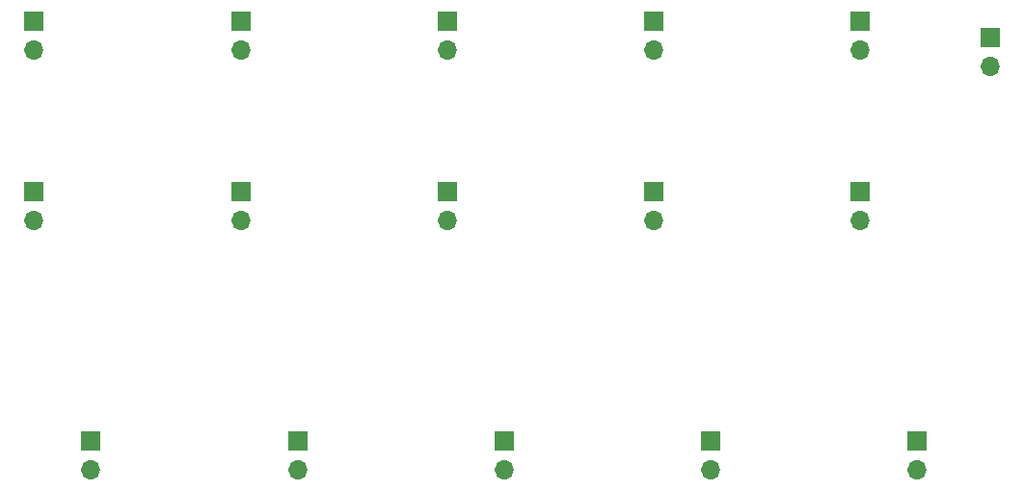
<source format=gbr>
%TF.GenerationSoftware,KiCad,Pcbnew,(6.0.11)*%
%TF.CreationDate,2024-01-05T21:44:53+00:00*%
%TF.ProjectId,LED-RESISTOR-TESTER,4c45442d-5245-4534-9953-544f522d5445,rev?*%
%TF.SameCoordinates,Original*%
%TF.FileFunction,Copper,L2,Bot*%
%TF.FilePolarity,Positive*%
%FSLAX46Y46*%
G04 Gerber Fmt 4.6, Leading zero omitted, Abs format (unit mm)*
G04 Created by KiCad (PCBNEW (6.0.11)) date 2024-01-05 21:44:53*
%MOMM*%
%LPD*%
G01*
G04 APERTURE LIST*
%TA.AperFunction,ComponentPad*%
%ADD10R,1.700000X1.700000*%
%TD*%
%TA.AperFunction,ComponentPad*%
%ADD11O,1.700000X1.700000*%
%TD*%
G04 APERTURE END LIST*
D10*
%TO.P,J8,1,Pin_1*%
%TO.N,/LED4*%
X170430000Y-76990000D03*
D11*
%TO.P,J8,2,Pin_2*%
X170430000Y-79530000D03*
%TD*%
D10*
%TO.P,J12,1,Pin_1*%
%TO.N,/LED2*%
X139150000Y-98907500D03*
D11*
%TO.P,J12,2,Pin_2*%
%TO.N,GND*%
X139150000Y-101447500D03*
%TD*%
D10*
%TO.P,J6,1,Pin_1*%
%TO.N,/LED3*%
X152290000Y-76990000D03*
D11*
%TO.P,J6,2,Pin_2*%
X152290000Y-79530000D03*
%TD*%
D10*
%TO.P,J9,1,Pin_1*%
%TO.N,VCC*%
X188570000Y-61990000D03*
D11*
%TO.P,J9,2,Pin_2*%
X188570000Y-64530000D03*
%TD*%
D10*
%TO.P,J10,1,Pin_1*%
%TO.N,/LED5*%
X188570000Y-76990000D03*
D11*
%TO.P,J10,2,Pin_2*%
X188570000Y-79530000D03*
%TD*%
D10*
%TO.P,J2,1,Pin_1*%
%TO.N,/LED1*%
X116010000Y-76990000D03*
D11*
%TO.P,J2,2,Pin_2*%
X116010000Y-79530000D03*
%TD*%
D10*
%TO.P,J14,1,Pin_1*%
%TO.N,/LED4*%
X175430000Y-98907500D03*
D11*
%TO.P,J14,2,Pin_2*%
%TO.N,GND*%
X175430000Y-101447500D03*
%TD*%
D10*
%TO.P,J4,1,Pin_1*%
%TO.N,/LED2*%
X134150000Y-76990000D03*
D11*
%TO.P,J4,2,Pin_2*%
X134150000Y-79530000D03*
%TD*%
D10*
%TO.P,J15,1,Pin_1*%
%TO.N,/LED5*%
X193570000Y-98907500D03*
D11*
%TO.P,J15,2,Pin_2*%
%TO.N,GND*%
X193570000Y-101447500D03*
%TD*%
D10*
%TO.P,J13,1,Pin_1*%
%TO.N,/LED3*%
X157290000Y-98907500D03*
D11*
%TO.P,J13,2,Pin_2*%
%TO.N,GND*%
X157290000Y-101447500D03*
%TD*%
D10*
%TO.P,J11,1,Pin_1*%
%TO.N,/LED1*%
X121010000Y-98907500D03*
D11*
%TO.P,J11,2,Pin_2*%
%TO.N,GND*%
X121010000Y-101447500D03*
%TD*%
D10*
%TO.P,J1,1,Pin_1*%
%TO.N,VCC*%
X116010000Y-61990000D03*
D11*
%TO.P,J1,2,Pin_2*%
X116010000Y-64530000D03*
%TD*%
D10*
%TO.P,J16,1,Pin_1*%
%TO.N,VCC*%
X199980000Y-63480000D03*
D11*
%TO.P,J16,2,Pin_2*%
%TO.N,GND*%
X199980000Y-66020000D03*
%TD*%
D10*
%TO.P,J3,1,Pin_1*%
%TO.N,VCC*%
X134150000Y-61990000D03*
D11*
%TO.P,J3,2,Pin_2*%
X134150000Y-64530000D03*
%TD*%
D10*
%TO.P,J5,1,Pin_1*%
%TO.N,VCC*%
X152290000Y-61990000D03*
D11*
%TO.P,J5,2,Pin_2*%
X152290000Y-64530000D03*
%TD*%
D10*
%TO.P,J7,1,Pin_1*%
%TO.N,VCC*%
X170430000Y-61990000D03*
D11*
%TO.P,J7,2,Pin_2*%
X170430000Y-64530000D03*
%TD*%
M02*

</source>
